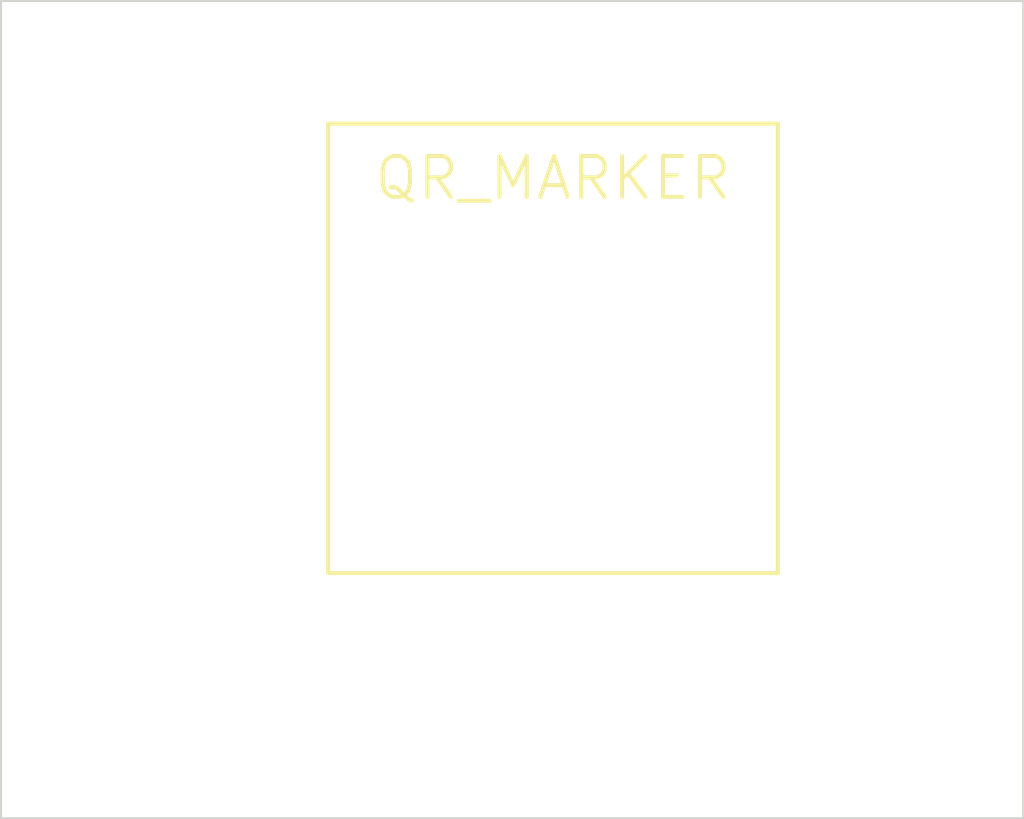
<source format=kicad_pcb>
(kicad_pcb
	(version 20240108)
	(generator "pcbnew")
	(generator_version "8.0")
	(general
		(thickness 1.6)
		(legacy_teardrops no)
	)
	(paper "A4")
	(layers
		(0 "F.Cu" signal)
		(31 "B.Cu" signal)
		(32 "B.Adhes" user "B.Adhesive")
		(33 "F.Adhes" user "F.Adhesive")
		(34 "B.Paste" user)
		(35 "F.Paste" user)
		(36 "B.SilkS" user "B.Silkscreen")
		(37 "F.SilkS" user "F.Silkscreen")
		(38 "B.Mask" user)
		(39 "F.Mask" user)
		(40 "Dwgs.User" user "User.Drawings")
		(41 "Cmts.User" user "User.Comments")
		(42 "Eco1.User" user "User.Eco1")
		(43 "Eco2.User" user "User.Eco2")
		(44 "Edge.Cuts" user)
		(45 "Margin" user)
		(46 "B.CrtYd" user "B.Courtyard")
		(47 "F.CrtYd" user "F.Courtyard")
		(48 "B.Fab" user)
		(49 "F.Fab" user)
		(50 "User.1" user)
		(51 "User.2" user)
		(52 "User.3" user)
		(53 "User.4" user)
		(54 "User.5" user)
		(55 "User.6" user)
		(56 "User.7" user)
		(57 "User.8" user)
		(58 "User.9" user)
	)
	(setup
		(pad_to_mask_clearance 0)
		(allow_soldermask_bridges_in_footprints no)
		(pcbplotparams
			(layerselection 0x00010fc_ffffffff)
			(plot_on_all_layers_selection 0x0000000_00000000)
			(disableapertmacros no)
			(usegerberextensions no)
			(usegerberattributes yes)
			(usegerberadvancedattributes yes)
			(creategerberjobfile yes)
			(dashed_line_dash_ratio 12.000000)
			(dashed_line_gap_ratio 3.000000)
			(svgprecision 4)
			(plotframeref no)
			(viasonmask no)
			(mode 1)
			(useauxorigin no)
			(hpglpennumber 1)
			(hpglpenspeed 20)
			(hpglpendiameter 15.000000)
			(pdf_front_fp_property_popups yes)
			(pdf_back_fp_property_popups yes)
			(dxfpolygonmode yes)
			(dxfimperialunits yes)
			(dxfusepcbnewfont yes)
			(psnegative no)
			(psa4output no)
			(plotreference yes)
			(plotvalue yes)
			(plotfptext yes)
			(plotinvisibletext no)
			(sketchpadsonfab no)
			(subtractmaskfromsilk no)
			(outputformat 1)
			(mirror no)
			(drillshape 1)
			(scaleselection 1)
			(outputdirectory "")
		)
	)
	(net 0 "")
	(gr_rect
		(start 145 95)
		(end 170 115)
		(stroke
			(width 0.05)
			(type default)
		)
		(fill none)
		(layer "Edge.Cuts")
		(uuid "c9c15e98-459e-408b-aea1-f8a209ec85de")
	)
	(gr_text_box "QR_MARKER"
		(start 153 98)
		(end 164 109)
		(layer "F.SilkS")
		(uuid "c5d1b517-e7e9-4d84-ad8d-b38560879a85")
		(effects
			(font
				(size 1 1)
				(thickness 0.1)
			)
			(justify top)
		)
		(border yes)
		(stroke
			(width 0.1)
			(type solid)
		)
	)
)

</source>
